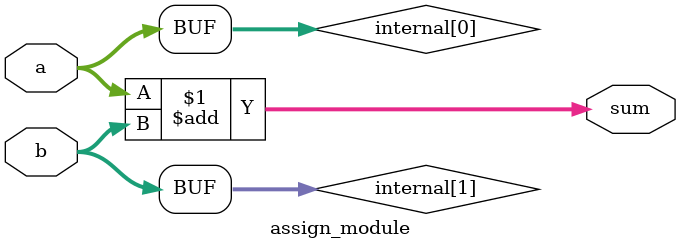
<source format=sv>
module assign_module (input [7:0] a,
input [7:0] b,
output wire [8:0] sum);
wire [7:0] internal[3:0];
assign sum = a + b;
assign internal[0] = a;
assign internal[1] = b;
endmodule
</source>
